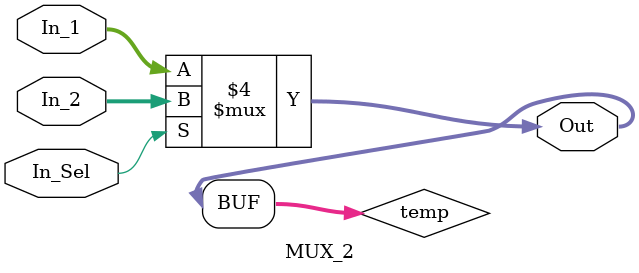
<source format=v>
module MUX_2 #(parameter WIDTH = 32) (
        In_1,
        In_2,
        In_Sel, 
        Out
    );

    input [WIDTH - 1 : 0] In_1;
    input [WIDTH - 1 : 0] In_2;
    input wire In_Sel; // 0 then In_1, 1 then In_2

    output wire [WIDTH - 1 : 0] Out;

    reg [WIDTH - 1 : 0] temp;

    always@(*)
    begin
        if (In_Sel == 1'b0)
        begin
            temp = In_1;
        end
        else
        begin
            temp = In_2;
        end
    end

    assign Out = temp;

    // assign Out = (In_Sel == 1'b0) ? In_1 : In_2;

endmodule

</source>
